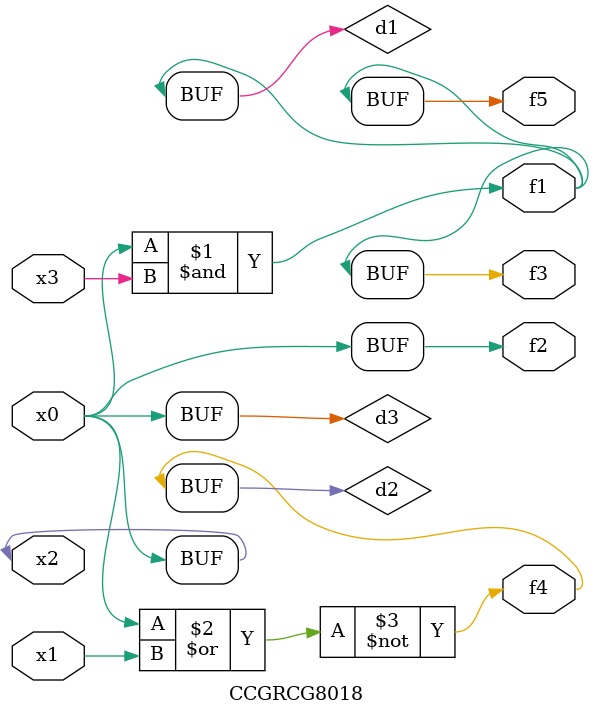
<source format=v>
module CCGRCG8018(
	input x0, x1, x2, x3,
	output f1, f2, f3, f4, f5
);

	wire d1, d2, d3;

	and (d1, x2, x3);
	nor (d2, x0, x1);
	buf (d3, x0, x2);
	assign f1 = d1;
	assign f2 = d3;
	assign f3 = d1;
	assign f4 = d2;
	assign f5 = d1;
endmodule

</source>
